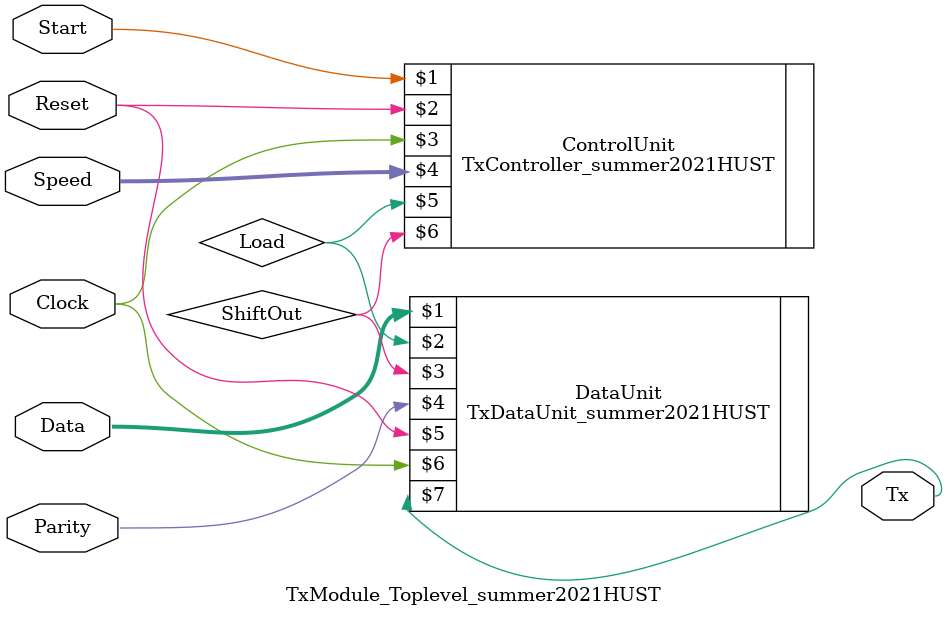
<source format=v>
`timescale 1ns / 1ps

// TxModule_Toplevel_summer2021HUST.v
//uart transmission unit with data unit and controller
module TxModule_Toplevel_summer2021HUST(input Start, Parity, Reset, Clock,
input [8:0] Data,
input [3:0] Speed,	//baud in the number of clock cycles
output Tx);

wire Load, ShiftOut;

//module TxController_summer2021HUST(input Start, Reset, Clock,
//input [3:0] Speed,
//output reg Load, ShiftOut,
//reg [4:0] BitCount);


TxController_summer2021HUST ControlUnit(Start, Reset, Clock, Speed, Load, ShiftOut);

//module TxDataUnit_summer2021HUST #(parameter DataLength=9)(
//input [DataLength-1:0] Data,
//input Load, ShiftOut, Parity, Reset, Clock,
//output Tx);

TxDataUnit_summer2021HUST DataUnit(Data, Load, ShiftOut, Parity, Reset, Clock, Tx);

endmodule

</source>
